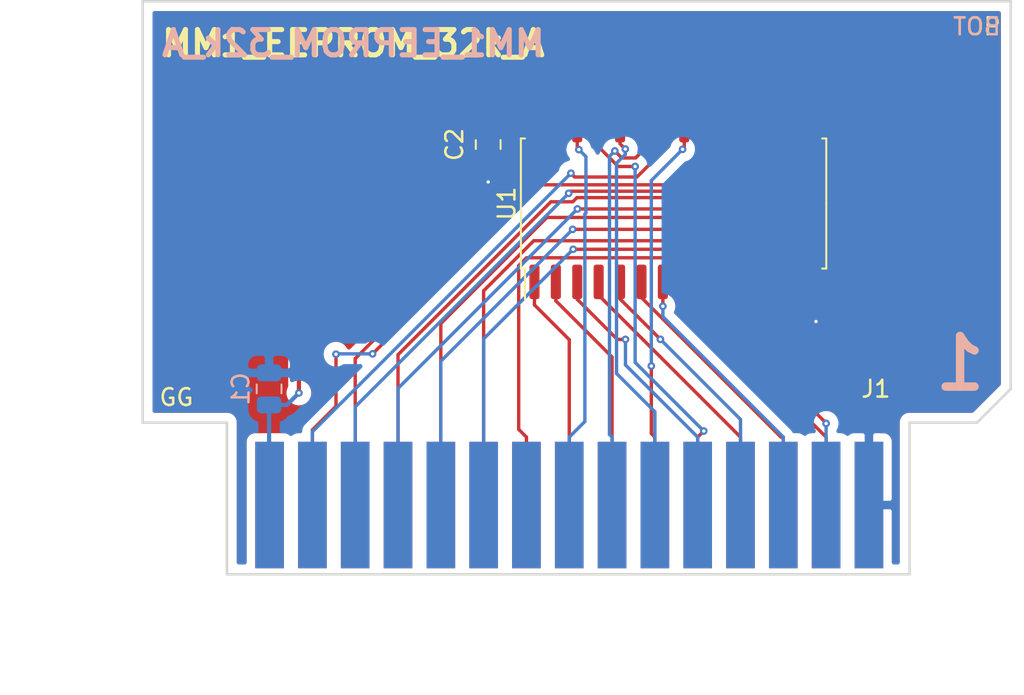
<source format=kicad_pcb>
(kicad_pcb (version 20171130) (host pcbnew "(5.1.8)-1")

  (general
    (thickness 1.6)
    (drawings 21)
    (tracks 171)
    (zones 0)
    (modules 4)
    (nets 31)
  )

  (page A4)
  (title_block
    (title MM1_EEPROM_32k_A)
    (date 2020-11-28)
    (rev R1)
    (company "Copyright Guillaume Guillet 2020")
    (comment 1 "Licensed under CERN-OHL-W v2 or later")
  )

  (layers
    (0 F.Cu signal)
    (31 B.Cu signal)
    (32 B.Adhes user)
    (33 F.Adhes user)
    (34 B.Paste user)
    (35 F.Paste user)
    (36 B.SilkS user)
    (37 F.SilkS user)
    (38 B.Mask user)
    (39 F.Mask user)
    (40 Dwgs.User user)
    (41 Cmts.User user)
    (42 Eco1.User user)
    (43 Eco2.User user)
    (44 Edge.Cuts user)
    (45 Margin user)
    (46 B.CrtYd user)
    (47 F.CrtYd user)
    (48 B.Fab user)
    (49 F.Fab user)
  )

  (setup
    (last_trace_width 0.2)
    (trace_clearance 0.18)
    (zone_clearance 0.508)
    (zone_45_only no)
    (trace_min 0.18)
    (via_size 0.45)
    (via_drill 0.2)
    (via_min_size 0.45)
    (via_min_drill 0.2)
    (uvia_size 0.45)
    (uvia_drill 0.2)
    (uvias_allowed no)
    (uvia_min_size 0.45)
    (uvia_min_drill 0.2)
    (edge_width 0.15)
    (segment_width 0.2)
    (pcb_text_width 0.3)
    (pcb_text_size 1.5 1.5)
    (mod_edge_width 0.15)
    (mod_text_size 1 1)
    (mod_text_width 0.15)
    (pad_size 1.524 1.524)
    (pad_drill 0.762)
    (pad_to_mask_clearance 0)
    (aux_axis_origin 112.5 87)
    (visible_elements 7FFFEFFF)
    (pcbplotparams
      (layerselection 0x010f0_ffffffff)
      (usegerberextensions false)
      (usegerberattributes false)
      (usegerberadvancedattributes false)
      (creategerberjobfile false)
      (excludeedgelayer true)
      (linewidth 0.100000)
      (plotframeref false)
      (viasonmask false)
      (mode 1)
      (useauxorigin true)
      (hpglpennumber 1)
      (hpglpenspeed 20)
      (hpglpendiameter 15.000000)
      (psnegative false)
      (psa4output false)
      (plotreference true)
      (plotvalue true)
      (plotinvisibletext false)
      (padsonsilk false)
      (subtractmaskfromsilk false)
      (outputformat 1)
      (mirror false)
      (drillshape 0)
      (scaleselection 1)
      (outputdirectory "documents/MM1_EEPROM_32k_A_gerbert/"))
  )

  (net 0 "")
  (net 1 +5V)
  (net 2 GND)
  (net 3 +3V3)
  (net 4 /MEM_~OE)
  (net 5 /MEM_~CE)
  (net 6 /MEMDATA_7)
  (net 7 /MEM_~WE)
  (net 8 /MEMDATA_5)
  (net 9 /MEMDATA_6)
  (net 10 /MEMDATA_3)
  (net 11 /MEMDATA_4)
  (net 12 /MEMDATA_1)
  (net 13 /MEMDATA_2)
  (net 14 /MEMDATA_0)
  (net 15 /MEMADDRESS_15)
  (net 16 /MEMADDRESS_13)
  (net 17 /MEMADDRESS_14)
  (net 18 /MEMADDRESS_11)
  (net 19 /MEMADDRESS_12)
  (net 20 /MEMADDRESS_9)
  (net 21 /MEMADDRESS_10)
  (net 22 /MEMADDRESS_7)
  (net 23 /MEMADDRESS_8)
  (net 24 /MEMADDRESS_5)
  (net 25 /MEMADDRESS_6)
  (net 26 /MEMADDRESS_3)
  (net 27 /MEMADDRESS_4)
  (net 28 /MEMADDRESS_1)
  (net 29 /MEMADDRESS_2)
  (net 30 /MEMADDRESS_0)

  (net_class Default "Ceci est la Netclass par défaut"
    (clearance 0.18)
    (trace_width 0.2)
    (via_dia 0.45)
    (via_drill 0.2)
    (uvia_dia 0.45)
    (uvia_drill 0.2)
    (add_net /MEMADDRESS_0)
    (add_net /MEMADDRESS_1)
    (add_net /MEMADDRESS_10)
    (add_net /MEMADDRESS_11)
    (add_net /MEMADDRESS_12)
    (add_net /MEMADDRESS_13)
    (add_net /MEMADDRESS_14)
    (add_net /MEMADDRESS_15)
    (add_net /MEMADDRESS_2)
    (add_net /MEMADDRESS_3)
    (add_net /MEMADDRESS_4)
    (add_net /MEMADDRESS_5)
    (add_net /MEMADDRESS_6)
    (add_net /MEMADDRESS_7)
    (add_net /MEMADDRESS_8)
    (add_net /MEMADDRESS_9)
    (add_net /MEMDATA_0)
    (add_net /MEMDATA_1)
    (add_net /MEMDATA_2)
    (add_net /MEMDATA_3)
    (add_net /MEMDATA_4)
    (add_net /MEMDATA_5)
    (add_net /MEMDATA_6)
    (add_net /MEMDATA_7)
    (add_net /MEM_~CE)
    (add_net /MEM_~OE)
    (add_net /MEM_~WE)
  )

  (net_class Power ""
    (clearance 0.2)
    (trace_width 0.25)
    (via_dia 0.45)
    (via_drill 0.2)
    (uvia_dia 0.45)
    (uvia_drill 0.2)
    (add_net +3V3)
    (add_net +5V)
    (add_net GND)
  )

  (module Capacitor_SMD:C_0805_2012Metric (layer F.Cu) (tedit 5F68FEEE) (tstamp 5FB6FDBA)
    (at 133 95.5 270)
    (descr "Capacitor SMD 0805 (2012 Metric), square (rectangular) end terminal, IPC_7351 nominal, (Body size source: IPC-SM-782 page 76, https://www.pcb-3d.com/wordpress/wp-content/uploads/ipc-sm-782a_amendment_1_and_2.pdf, https://docs.google.com/spreadsheets/d/1BsfQQcO9C6DZCsRaXUlFlo91Tg2WpOkGARC1WS5S8t0/edit?usp=sharing), generated with kicad-footprint-generator")
    (tags capacitor)
    (path /5FB88D58)
    (attr smd)
    (fp_text reference C2 (at 0 2 90) (layer F.SilkS)
      (effects (font (size 1 1) (thickness 0.15)))
    )
    (fp_text value 100nF (at 0 1.68 90) (layer F.Fab)
      (effects (font (size 1 1) (thickness 0.15)))
    )
    (fp_line (start 1.7 0.98) (end -1.7 0.98) (layer F.CrtYd) (width 0.05))
    (fp_line (start 1.7 -0.98) (end 1.7 0.98) (layer F.CrtYd) (width 0.05))
    (fp_line (start -1.7 -0.98) (end 1.7 -0.98) (layer F.CrtYd) (width 0.05))
    (fp_line (start -1.7 0.98) (end -1.7 -0.98) (layer F.CrtYd) (width 0.05))
    (fp_line (start -0.261252 0.735) (end 0.261252 0.735) (layer F.SilkS) (width 0.12))
    (fp_line (start -0.261252 -0.735) (end 0.261252 -0.735) (layer F.SilkS) (width 0.12))
    (fp_line (start 1 0.625) (end -1 0.625) (layer F.Fab) (width 0.1))
    (fp_line (start 1 -0.625) (end 1 0.625) (layer F.Fab) (width 0.1))
    (fp_line (start -1 -0.625) (end 1 -0.625) (layer F.Fab) (width 0.1))
    (fp_line (start -1 0.625) (end -1 -0.625) (layer F.Fab) (width 0.1))
    (fp_text user %R (at 0 0 90) (layer F.Fab)
      (effects (font (size 0.5 0.5) (thickness 0.08)))
    )
    (pad 1 smd roundrect (at -0.95 0 270) (size 1 1.45) (layers F.Cu F.Paste F.Mask) (roundrect_rratio 0.25)
      (net 3 +3V3))
    (pad 2 smd roundrect (at 0.95 0 270) (size 1 1.45) (layers F.Cu F.Paste F.Mask) (roundrect_rratio 0.25)
      (net 2 GND))
    (model ${KISYS3DMOD}/Capacitor_SMD.3dshapes/C_0805_2012Metric.wrl
      (at (xyz 0 0 0))
      (scale (xyz 1 1 1))
      (rotate (xyz 0 0 0))
    )
  )

  (module 5530843-2_edge:5530843-2_edge (layer F.Cu) (tedit 5D7E56B9) (tstamp 5D81CDBB)
    (at 147.97 106.73)
    (path /5D7E9C02)
    (fp_text reference J1 (at 8.03 3.27) (layer F.SilkS)
      (effects (font (size 1 1) (thickness 0.15)))
    )
    (fp_text value MM1_edgeConnector_5530843-2 (at -2.97 4.77) (layer F.Fab)
      (effects (font (size 1 1) (thickness 0.15)))
    )
    (pad 29 smd rect (at -27.94 10.16) (size 1.7 7.5) (layers B.Cu B.Paste B.Mask)
      (net 3 +3V3))
    (pad 30 smd rect (at -27.94 10.16) (size 1.7 7.5) (layers F.Cu F.Paste F.Mask)
      (net 1 +5V))
    (pad 27 smd rect (at -25.4 10.16) (size 1.7 7.5) (layers B.Cu B.Paste B.Mask)
      (net 4 /MEM_~OE))
    (pad 28 smd rect (at -25.4 10.16) (size 1.7 7.5) (layers F.Cu F.Paste F.Mask)
      (net 5 /MEM_~CE))
    (pad 25 smd rect (at -22.86 10.16) (size 1.7 7.5) (layers B.Cu B.Paste B.Mask)
      (net 6 /MEMDATA_7))
    (pad 26 smd rect (at -22.86 10.16) (size 1.7 7.5) (layers F.Cu F.Paste F.Mask)
      (net 7 /MEM_~WE))
    (pad 23 smd rect (at -20.32 10.16) (size 1.7 7.5) (layers B.Cu B.Paste B.Mask)
      (net 8 /MEMDATA_5))
    (pad 24 smd rect (at -20.32 10.16) (size 1.7 7.5) (layers F.Cu F.Paste F.Mask)
      (net 9 /MEMDATA_6))
    (pad 21 smd rect (at -17.78 10.16) (size 1.7 7.5) (layers B.Cu B.Paste B.Mask)
      (net 10 /MEMDATA_3))
    (pad 22 smd rect (at -17.78 10.16) (size 1.7 7.5) (layers F.Cu F.Paste F.Mask)
      (net 11 /MEMDATA_4))
    (pad 19 smd rect (at -15.24 10.16) (size 1.7 7.5) (layers B.Cu B.Paste B.Mask)
      (net 12 /MEMDATA_1))
    (pad 20 smd rect (at -15.24 10.16) (size 1.7 7.5) (layers F.Cu F.Paste F.Mask)
      (net 13 /MEMDATA_2))
    (pad 17 smd rect (at -12.7 10.16) (size 1.7 7.5) (layers B.Cu B.Paste B.Mask)
      (net 15 /MEMADDRESS_15))
    (pad 18 smd rect (at -12.7 10.16) (size 1.7 7.5) (layers F.Cu F.Paste F.Mask)
      (net 14 /MEMDATA_0))
    (pad 15 smd rect (at -10.16 10.16) (size 1.7 7.5) (layers B.Cu B.Paste B.Mask)
      (net 16 /MEMADDRESS_13))
    (pad 16 smd rect (at -10.16 10.16) (size 1.7 7.5) (layers F.Cu F.Paste F.Mask)
      (net 17 /MEMADDRESS_14))
    (pad 13 smd rect (at -7.62 10.16) (size 1.7 7.5) (layers B.Cu B.Paste B.Mask)
      (net 18 /MEMADDRESS_11))
    (pad 14 smd rect (at -7.62 10.16) (size 1.7 7.5) (layers F.Cu F.Paste F.Mask)
      (net 19 /MEMADDRESS_12))
    (pad 11 smd rect (at -5.08 10.16) (size 1.7 7.5) (layers B.Cu B.Paste B.Mask)
      (net 20 /MEMADDRESS_9))
    (pad 12 smd rect (at -5.08 10.16) (size 1.7 7.5) (layers F.Cu F.Paste F.Mask)
      (net 21 /MEMADDRESS_10))
    (pad 9 smd rect (at -2.54 10.16) (size 1.7 7.5) (layers B.Cu B.Paste B.Mask)
      (net 22 /MEMADDRESS_7))
    (pad 10 smd rect (at -2.54 10.16) (size 1.7 7.5) (layers F.Cu F.Paste F.Mask)
      (net 23 /MEMADDRESS_8))
    (pad 7 smd rect (at 0 10.16) (size 1.7 7.5) (layers B.Cu B.Paste B.Mask)
      (net 24 /MEMADDRESS_5))
    (pad 8 smd rect (at 0 10.16) (size 1.7 7.5) (layers F.Cu F.Paste F.Mask)
      (net 25 /MEMADDRESS_6))
    (pad 5 smd rect (at 2.54 10.16) (size 1.7 7.5) (layers B.Cu B.Paste B.Mask)
      (net 26 /MEMADDRESS_3))
    (pad 6 smd rect (at 2.54 10.16) (size 1.7 7.5) (layers F.Cu F.Paste F.Mask)
      (net 27 /MEMADDRESS_4))
    (pad 3 smd rect (at 5.08 10.16) (size 1.7 7.5) (layers B.Cu B.Paste B.Mask)
      (net 28 /MEMADDRESS_1))
    (pad 4 smd rect (at 5.08 10.16) (size 1.7 7.5) (layers F.Cu F.Paste F.Mask)
      (net 29 /MEMADDRESS_2))
    (pad 1 smd rect (at 7.62 10.16) (size 1.7 7.5) (layers B.Cu B.Paste B.Mask)
      (net 2 GND))
    (pad 2 smd rect (at 7.62 10.16) (size 1.7 7.5) (layers F.Cu F.Paste F.Mask)
      (net 30 /MEMADDRESS_0))
  )

  (module Capacitor_SMD:C_0805_2012Metric (layer B.Cu) (tedit 5F68FEEE) (tstamp 5FB6FDA9)
    (at 120 110 270)
    (descr "Capacitor SMD 0805 (2012 Metric), square (rectangular) end terminal, IPC_7351 nominal, (Body size source: IPC-SM-782 page 76, https://www.pcb-3d.com/wordpress/wp-content/uploads/ipc-sm-782a_amendment_1_and_2.pdf, https://docs.google.com/spreadsheets/d/1BsfQQcO9C6DZCsRaXUlFlo91Tg2WpOkGARC1WS5S8t0/edit?usp=sharing), generated with kicad-footprint-generator")
    (tags capacitor)
    (path /5FB8B5C9)
    (attr smd)
    (fp_text reference C1 (at 0 1.68 90) (layer B.SilkS)
      (effects (font (size 1 1) (thickness 0.15)) (justify mirror))
    )
    (fp_text value 100nF (at 0 -1.68 90) (layer B.Fab)
      (effects (font (size 1 1) (thickness 0.15)) (justify mirror))
    )
    (fp_line (start 1.7 -0.98) (end -1.7 -0.98) (layer B.CrtYd) (width 0.05))
    (fp_line (start 1.7 0.98) (end 1.7 -0.98) (layer B.CrtYd) (width 0.05))
    (fp_line (start -1.7 0.98) (end 1.7 0.98) (layer B.CrtYd) (width 0.05))
    (fp_line (start -1.7 -0.98) (end -1.7 0.98) (layer B.CrtYd) (width 0.05))
    (fp_line (start -0.261252 -0.735) (end 0.261252 -0.735) (layer B.SilkS) (width 0.12))
    (fp_line (start -0.261252 0.735) (end 0.261252 0.735) (layer B.SilkS) (width 0.12))
    (fp_line (start 1 -0.625) (end -1 -0.625) (layer B.Fab) (width 0.1))
    (fp_line (start 1 0.625) (end 1 -0.625) (layer B.Fab) (width 0.1))
    (fp_line (start -1 0.625) (end 1 0.625) (layer B.Fab) (width 0.1))
    (fp_line (start -1 -0.625) (end -1 0.625) (layer B.Fab) (width 0.1))
    (fp_text user %R (at 0 0 90) (layer B.Fab)
      (effects (font (size 0.5 0.5) (thickness 0.08)) (justify mirror))
    )
    (pad 1 smd roundrect (at -0.95 0 270) (size 1 1.45) (layers B.Cu B.Paste B.Mask) (roundrect_rratio 0.25)
      (net 2 GND))
    (pad 2 smd roundrect (at 0.95 0 270) (size 1 1.45) (layers B.Cu B.Paste B.Mask) (roundrect_rratio 0.25)
      (net 3 +3V3))
    (model ${KISYS3DMOD}/Capacitor_SMD.3dshapes/C_0805_2012Metric.wrl
      (at (xyz 0 0 0))
      (scale (xyz 1 1 1))
      (rotate (xyz 0 0 0))
    )
  )

  (module Package_SO:SOIC-28W_7.5x17.9mm_P1.27mm (layer F.Cu) (tedit 5D9F72B1) (tstamp 5FC2F4CB)
    (at 144 99 90)
    (descr "SOIC, 28 Pin (JEDEC MS-013AE, https://www.analog.com/media/en/package-pcb-resources/package/35833120341221rw_28.pdf), generated with kicad-footprint-generator ipc_gullwing_generator.py")
    (tags "SOIC SO")
    (path /5FC2BDB4)
    (attr smd)
    (fp_text reference U1 (at 0 -9.9 90) (layer F.SilkS)
      (effects (font (size 1 1) (thickness 0.15)))
    )
    (fp_text value AT28BV256-20S (at 0 9.9 90) (layer F.Fab)
      (effects (font (size 1 1) (thickness 0.15)))
    )
    (fp_line (start 0 9.06) (end 3.86 9.06) (layer F.SilkS) (width 0.12))
    (fp_line (start 3.86 9.06) (end 3.86 8.815) (layer F.SilkS) (width 0.12))
    (fp_line (start 0 9.06) (end -3.86 9.06) (layer F.SilkS) (width 0.12))
    (fp_line (start -3.86 9.06) (end -3.86 8.815) (layer F.SilkS) (width 0.12))
    (fp_line (start 0 -9.06) (end 3.86 -9.06) (layer F.SilkS) (width 0.12))
    (fp_line (start 3.86 -9.06) (end 3.86 -8.815) (layer F.SilkS) (width 0.12))
    (fp_line (start 0 -9.06) (end -3.86 -9.06) (layer F.SilkS) (width 0.12))
    (fp_line (start -3.86 -9.06) (end -3.86 -8.815) (layer F.SilkS) (width 0.12))
    (fp_line (start -3.86 -8.815) (end -5.675 -8.815) (layer F.SilkS) (width 0.12))
    (fp_line (start -2.75 -8.95) (end 3.75 -8.95) (layer F.Fab) (width 0.1))
    (fp_line (start 3.75 -8.95) (end 3.75 8.95) (layer F.Fab) (width 0.1))
    (fp_line (start 3.75 8.95) (end -3.75 8.95) (layer F.Fab) (width 0.1))
    (fp_line (start -3.75 8.95) (end -3.75 -7.95) (layer F.Fab) (width 0.1))
    (fp_line (start -3.75 -7.95) (end -2.75 -8.95) (layer F.Fab) (width 0.1))
    (fp_line (start -5.93 -9.2) (end -5.93 9.2) (layer F.CrtYd) (width 0.05))
    (fp_line (start -5.93 9.2) (end 5.93 9.2) (layer F.CrtYd) (width 0.05))
    (fp_line (start 5.93 9.2) (end 5.93 -9.2) (layer F.CrtYd) (width 0.05))
    (fp_line (start 5.93 -9.2) (end -5.93 -9.2) (layer F.CrtYd) (width 0.05))
    (fp_text user %R (at 0 0 90) (layer F.Fab)
      (effects (font (size 1 1) (thickness 0.15)))
    )
    (pad 1 smd roundrect (at -4.65 -8.255 90) (size 2.05 0.6) (layers F.Cu F.Paste F.Mask) (roundrect_rratio 0.25)
      (net 17 /MEMADDRESS_14))
    (pad 2 smd roundrect (at -4.65 -6.985 90) (size 2.05 0.6) (layers F.Cu F.Paste F.Mask) (roundrect_rratio 0.25)
      (net 19 /MEMADDRESS_12))
    (pad 3 smd roundrect (at -4.65 -5.715 90) (size 2.05 0.6) (layers F.Cu F.Paste F.Mask) (roundrect_rratio 0.25)
      (net 22 /MEMADDRESS_7))
    (pad 4 smd roundrect (at -4.65 -4.445 90) (size 2.05 0.6) (layers F.Cu F.Paste F.Mask) (roundrect_rratio 0.25)
      (net 25 /MEMADDRESS_6))
    (pad 5 smd roundrect (at -4.65 -3.175 90) (size 2.05 0.6) (layers F.Cu F.Paste F.Mask) (roundrect_rratio 0.25)
      (net 24 /MEMADDRESS_5))
    (pad 6 smd roundrect (at -4.65 -1.905 90) (size 2.05 0.6) (layers F.Cu F.Paste F.Mask) (roundrect_rratio 0.25)
      (net 27 /MEMADDRESS_4))
    (pad 7 smd roundrect (at -4.65 -0.635 90) (size 2.05 0.6) (layers F.Cu F.Paste F.Mask) (roundrect_rratio 0.25)
      (net 26 /MEMADDRESS_3))
    (pad 8 smd roundrect (at -4.65 0.635 90) (size 2.05 0.6) (layers F.Cu F.Paste F.Mask) (roundrect_rratio 0.25)
      (net 29 /MEMADDRESS_2))
    (pad 9 smd roundrect (at -4.65 1.905 90) (size 2.05 0.6) (layers F.Cu F.Paste F.Mask) (roundrect_rratio 0.25)
      (net 28 /MEMADDRESS_1))
    (pad 10 smd roundrect (at -4.65 3.175 90) (size 2.05 0.6) (layers F.Cu F.Paste F.Mask) (roundrect_rratio 0.25)
      (net 30 /MEMADDRESS_0))
    (pad 11 smd roundrect (at -4.65 4.445 90) (size 2.05 0.6) (layers F.Cu F.Paste F.Mask) (roundrect_rratio 0.25)
      (net 14 /MEMDATA_0))
    (pad 12 smd roundrect (at -4.65 5.715 90) (size 2.05 0.6) (layers F.Cu F.Paste F.Mask) (roundrect_rratio 0.25)
      (net 12 /MEMDATA_1))
    (pad 13 smd roundrect (at -4.65 6.985 90) (size 2.05 0.6) (layers F.Cu F.Paste F.Mask) (roundrect_rratio 0.25)
      (net 13 /MEMDATA_2))
    (pad 14 smd roundrect (at -4.65 8.255 90) (size 2.05 0.6) (layers F.Cu F.Paste F.Mask) (roundrect_rratio 0.25)
      (net 2 GND))
    (pad 15 smd roundrect (at 4.65 8.255 90) (size 2.05 0.6) (layers F.Cu F.Paste F.Mask) (roundrect_rratio 0.25)
      (net 10 /MEMDATA_3))
    (pad 16 smd roundrect (at 4.65 6.985 90) (size 2.05 0.6) (layers F.Cu F.Paste F.Mask) (roundrect_rratio 0.25)
      (net 11 /MEMDATA_4))
    (pad 17 smd roundrect (at 4.65 5.715 90) (size 2.05 0.6) (layers F.Cu F.Paste F.Mask) (roundrect_rratio 0.25)
      (net 8 /MEMDATA_5))
    (pad 18 smd roundrect (at 4.65 4.445 90) (size 2.05 0.6) (layers F.Cu F.Paste F.Mask) (roundrect_rratio 0.25)
      (net 9 /MEMDATA_6))
    (pad 19 smd roundrect (at 4.65 3.175 90) (size 2.05 0.6) (layers F.Cu F.Paste F.Mask) (roundrect_rratio 0.25)
      (net 6 /MEMDATA_7))
    (pad 20 smd roundrect (at 4.65 1.905 90) (size 2.05 0.6) (layers F.Cu F.Paste F.Mask) (roundrect_rratio 0.25)
      (net 5 /MEM_~CE))
    (pad 21 smd roundrect (at 4.65 0.635 90) (size 2.05 0.6) (layers F.Cu F.Paste F.Mask) (roundrect_rratio 0.25)
      (net 21 /MEMADDRESS_10))
    (pad 22 smd roundrect (at 4.65 -0.635 90) (size 2.05 0.6) (layers F.Cu F.Paste F.Mask) (roundrect_rratio 0.25)
      (net 4 /MEM_~OE))
    (pad 23 smd roundrect (at 4.65 -1.905 90) (size 2.05 0.6) (layers F.Cu F.Paste F.Mask) (roundrect_rratio 0.25)
      (net 18 /MEMADDRESS_11))
    (pad 24 smd roundrect (at 4.65 -3.175 90) (size 2.05 0.6) (layers F.Cu F.Paste F.Mask) (roundrect_rratio 0.25)
      (net 20 /MEMADDRESS_9))
    (pad 25 smd roundrect (at 4.65 -4.445 90) (size 2.05 0.6) (layers F.Cu F.Paste F.Mask) (roundrect_rratio 0.25)
      (net 23 /MEMADDRESS_8))
    (pad 26 smd roundrect (at 4.65 -5.715 90) (size 2.05 0.6) (layers F.Cu F.Paste F.Mask) (roundrect_rratio 0.25)
      (net 16 /MEMADDRESS_13))
    (pad 27 smd roundrect (at 4.65 -6.985 90) (size 2.05 0.6) (layers F.Cu F.Paste F.Mask) (roundrect_rratio 0.25)
      (net 7 /MEM_~WE))
    (pad 28 smd roundrect (at 4.65 -8.255 90) (size 2.05 0.6) (layers F.Cu F.Paste F.Mask) (roundrect_rratio 0.25)
      (net 3 +3V3))
    (model ${KISYS3DMOD}/Package_SO.3dshapes/SOIC-28W_7.5x17.9mm_P1.27mm.wrl
      (at (xyz 0 0 0))
      (scale (xyz 1 1 1))
      (rotate (xyz 0 0 0))
    )
  )

  (gr_text GG (at 114.5 110.5) (layer F.SilkS)
    (effects (font (size 1 1) (thickness 0.15)))
  )
  (gr_text BOT (at 162 88.5) (layer B.SilkS)
    (effects (font (size 1 1) (thickness 0.15)) (justify mirror))
  )
  (gr_text TOP (at 162 88.5) (layer F.SilkS)
    (effects (font (size 1 1) (thickness 0.15)))
  )
  (gr_text MM1_EEPROM_32k_A (at 125 89.5) (layer B.SilkS)
    (effects (font (size 1.5 1.5) (thickness 0.3)) (justify mirror))
  )
  (gr_text 1 (at 161 108.5) (layer B.SilkS)
    (effects (font (size 3 3) (thickness 0.5)) (justify mirror))
  )
  (gr_line (start 162 112) (end 158 112) (layer Edge.Cuts) (width 0.15) (tstamp 5F3710D1))
  (dimension 2.5 (width 0.15) (layer Eco2.User)
    (gr_text "2,500 mm" (at 118.75 107.700001) (layer Eco2.User)
      (effects (font (size 1 1) (thickness 0.15)))
    )
    (feature1 (pts (xy 117.5 113) (xy 117.5 108.41358)))
    (feature2 (pts (xy 120 113) (xy 120 108.41358)))
    (crossbar (pts (xy 120 109.000001) (xy 117.5 109.000001)))
    (arrow1a (pts (xy 117.5 109.000001) (xy 118.626504 108.41358)))
    (arrow1b (pts (xy 117.5 109.000001) (xy 118.626504 109.586422)))
    (arrow2a (pts (xy 120 109.000001) (xy 118.873496 108.41358)))
    (arrow2b (pts (xy 120 109.000001) (xy 118.873496 109.586422)))
  )
  (dimension 9 (width 0.15) (layer Eco2.User)
    (gr_text "9,000 mm" (at 114.7 116.5 90) (layer Eco2.User)
      (effects (font (size 1 1) (thickness 0.15)))
    )
    (feature1 (pts (xy 117.5 112) (xy 115.413579 112)))
    (feature2 (pts (xy 117.5 121) (xy 115.413579 121)))
    (crossbar (pts (xy 116 121) (xy 116 112)))
    (arrow1a (pts (xy 116 112) (xy 116.586421 113.126504)))
    (arrow1b (pts (xy 116 112) (xy 115.413579 113.126504)))
    (arrow2a (pts (xy 116 121) (xy 116.586421 119.873496)))
    (arrow2b (pts (xy 116 121) (xy 115.413579 119.873496)))
  )
  (dimension 40.5 (width 0.15) (layer Eco2.User)
    (gr_text "40,500 mm" (at 137.75 125.299999) (layer Eco2.User)
      (effects (font (size 1 1) (thickness 0.15)))
    )
    (feature1 (pts (xy 158 121) (xy 158 124.58642)))
    (feature2 (pts (xy 117.5 121) (xy 117.5 124.58642)))
    (crossbar (pts (xy 117.5 123.999999) (xy 158 123.999999)))
    (arrow1a (pts (xy 158 123.999999) (xy 156.873496 124.58642)))
    (arrow1b (pts (xy 158 123.999999) (xy 156.873496 123.413578)))
    (arrow2a (pts (xy 117.5 123.999999) (xy 118.626504 124.58642)))
    (arrow2b (pts (xy 117.5 123.999999) (xy 118.626504 123.413578)))
  )
  (gr_line (start 164 87) (end 112.5 87) (layer Edge.Cuts) (width 0.15))
  (gr_line (start 164 110) (end 164 87) (layer Edge.Cuts) (width 0.15))
  (dimension 6 (width 0.15) (layer Eco2.User)
    (gr_text "6,000 mm" (at 161 128.799999) (layer Eco2.User)
      (effects (font (size 1 1) (thickness 0.15)))
    )
    (feature1 (pts (xy 164 112) (xy 164 128.08642)))
    (feature2 (pts (xy 158 112) (xy 158 128.08642)))
    (crossbar (pts (xy 158 127.499999) (xy 164 127.499999)))
    (arrow1a (pts (xy 164 127.499999) (xy 162.873496 128.08642)))
    (arrow1b (pts (xy 164 127.499999) (xy 162.873496 126.913578)))
    (arrow2a (pts (xy 158 127.499999) (xy 159.126504 128.08642)))
    (arrow2b (pts (xy 158 127.499999) (xy 159.126504 126.913578)))
  )
  (gr_line (start 112.5 112) (end 112.5 87) (layer Edge.Cuts) (width 0.15))
  (gr_line (start 117.5 112) (end 112.5 112) (layer Edge.Cuts) (width 0.15))
  (dimension 5 (width 0.15) (layer Eco2.User)
    (gr_text "5,000 mm" (at 115 128.8) (layer Eco2.User)
      (effects (font (size 1 1) (thickness 0.15)))
    )
    (feature1 (pts (xy 112.5 112) (xy 112.5 128.086421)))
    (feature2 (pts (xy 117.5 112) (xy 117.5 128.086421)))
    (crossbar (pts (xy 117.5 127.5) (xy 112.5 127.5)))
    (arrow1a (pts (xy 112.5 127.5) (xy 113.626504 126.913579)))
    (arrow1b (pts (xy 112.5 127.5) (xy 113.626504 128.086421)))
    (arrow2a (pts (xy 117.5 127.5) (xy 116.373496 126.913579)))
    (arrow2b (pts (xy 117.5 127.5) (xy 116.373496 128.086421)))
  )
  (dimension 25 (width 0.15) (layer Eco2.User) (tstamp 5F371008)
    (gr_text "25,000 mm" (at 107.7 99.5 90) (layer Eco2.User) (tstamp 5F371008)
      (effects (font (size 1 1) (thickness 0.15)))
    )
    (feature1 (pts (xy 112.5 87) (xy 108.413579 87)))
    (feature2 (pts (xy 112.5 112) (xy 108.413579 112)))
    (crossbar (pts (xy 109 112) (xy 109 87)))
    (arrow1a (pts (xy 109 87) (xy 109.586421 88.126504)))
    (arrow1b (pts (xy 109 87) (xy 108.413579 88.126504)))
    (arrow2a (pts (xy 109 112) (xy 109.586421 110.873496)))
    (arrow2b (pts (xy 109 112) (xy 108.413579 110.873496)))
  )
  (gr_line (start 162 112) (end 164 110) (layer Edge.Cuts) (width 0.15))
  (gr_line (start 117.5 112) (end 117.5 121) (layer Edge.Cuts) (width 0.15) (tstamp 5D81D571))
  (gr_line (start 158 112) (end 158 121) (layer Edge.Cuts) (width 0.15) (tstamp 5D81D56C))
  (gr_line (start 158 121) (end 117.5 121) (layer Edge.Cuts) (width 0.15))
  (gr_text MM1_EEPROM_32k_A (at 125 89.5) (layer F.SilkS) (tstamp 5FB7002B)
    (effects (font (size 1.5 1.5) (thickness 0.3)))
  )

  (segment (start 133.0016 96.4484) (end 133 96.45) (width 0.25) (layer F.Cu) (net 2) (status 30))
  (via (at 133 97.72) (size 0.45) (layers F.Cu B.Cu) (net 2))
  (via (at 152.45 106) (size 0.45) (drill 0.2) (layers F.Cu B.Cu) (net 2))
  (segment (start 120 113.905) (end 120 116.86) (width 0.25) (layer B.Cu) (net 3) (status 30))
  (segment (start 120 116.86) (end 120.03 116.89) (width 0.25) (layer B.Cu) (net 3) (status 30))
  (segment (start 120 110.95) (end 120 113.905) (width 0.25) (layer B.Cu) (net 3) (status 30))
  (segment (start 135.745 94.35) (end 134.64 94.35) (width 0.25) (layer F.Cu) (net 3) (status 10))
  (segment (start 134.64 94.35) (end 134.44 94.55) (width 0.25) (layer F.Cu) (net 3))
  (segment (start 134.44 94.55) (end 133 94.55) (width 0.25) (layer F.Cu) (net 3) (status 20))
  (via (at 121.77 110.24) (size 0.45) (drill 0.2) (layers F.Cu B.Cu) (net 3))
  (segment (start 121.06 110.95) (end 121.77 110.24) (width 0.25) (layer B.Cu) (net 3))
  (segment (start 120 110.95) (end 121.06 110.95) (width 0.25) (layer B.Cu) (net 3) (status 10))
  (segment (start 133 94.55) (end 131.96 94.55) (width 0.25) (layer F.Cu) (net 3) (status 10))
  (segment (start 121.77 104.74) (end 121.77 110.24) (width 0.25) (layer F.Cu) (net 3))
  (segment (start 131.96 94.55) (end 121.77 104.74) (width 0.25) (layer F.Cu) (net 3))
  (segment (start 122.57 116.89) (end 122.57 112.5425) (width 0.2) (layer B.Cu) (net 4) (status 10))
  (segment (start 122.57 112.5425) (end 137.9093 97.2032) (width 0.2) (layer B.Cu) (net 4))
  (via (at 137.9093 97.2032) (size 0.45) (layers F.Cu B.Cu) (net 4))
  (segment (start 141.825222 97.428199) (end 138.134299 97.428199) (width 0.2) (layer F.Cu) (net 4))
  (segment (start 143.365 94.35) (end 143.365 95.888421) (width 0.2) (layer F.Cu) (net 4) (status 10))
  (segment (start 143.365 95.888421) (end 141.825222 97.428199) (width 0.2) (layer F.Cu) (net 4))
  (segment (start 138.134299 97.428199) (end 137.9093 97.2032) (width 0.2) (layer F.Cu) (net 4))
  (segment (start 145.905 94.35) (end 145.905 95.855) (width 0.2) (layer F.Cu) (net 5) (status 10))
  (segment (start 145.905 95.855) (end 143.87 97.89) (width 0.2) (layer F.Cu) (net 5))
  (via (at 126.14 107.92) (size 0.45) (drill 0.2) (layers F.Cu B.Cu) (net 5))
  (segment (start 143.87 97.89) (end 136.17 97.89) (width 0.2) (layer F.Cu) (net 5))
  (segment (start 136.17 97.89) (end 126.14 107.92) (width 0.2) (layer F.Cu) (net 5))
  (via (at 123.97 107.94) (size 0.45) (drill 0.2) (layers F.Cu B.Cu) (net 5))
  (segment (start 123.99 107.92) (end 123.97 107.94) (width 0.2) (layer B.Cu) (net 5))
  (segment (start 126.14 107.92) (end 123.99 107.92) (width 0.2) (layer B.Cu) (net 5))
  (segment (start 123.97 111.03) (end 122.57 112.43) (width 0.2) (layer F.Cu) (net 5))
  (segment (start 123.97 107.94) (end 123.97 111.03) (width 0.2) (layer F.Cu) (net 5))
  (segment (start 122.57 112.43) (end 122.57 116.89) (width 0.2) (layer F.Cu) (net 5) (status 20))
  (via (at 137.77521 98.39501) (size 0.45) (drill 0.2) (layers F.Cu B.Cu) (net 6))
  (segment (start 125.11 116.89) (end 125.11 111.06022) (width 0.2) (layer B.Cu) (net 6) (status 10))
  (segment (start 125.11 111.06022) (end 137.77521 98.39501) (width 0.2) (layer B.Cu) (net 6))
  (segment (start 147.175 95.535) (end 144.439989 98.270011) (width 0.2) (layer F.Cu) (net 6))
  (segment (start 144.439989 98.270011) (end 137.900209 98.270011) (width 0.2) (layer F.Cu) (net 6))
  (segment (start 137.900209 98.270011) (end 137.77521 98.39501) (width 0.2) (layer F.Cu) (net 6))
  (segment (start 147.175 94.35) (end 147.175 95.535) (width 0.2) (layer F.Cu) (net 6) (status 10))
  (segment (start 137.015 94.35) (end 137.015 96.297596) (width 0.2) (layer F.Cu) (net 7) (status 10))
  (segment (start 137.015 96.297596) (end 125.11 108.202596) (width 0.2) (layer F.Cu) (net 7))
  (segment (start 125.11 108.202596) (end 125.11 116.89) (width 0.2) (layer F.Cu) (net 7) (status 20))
  (segment (start 149.715 95.675) (end 146.068204 99.321796) (width 0.2) (layer F.Cu) (net 8))
  (via (at 138.295342 99.321796) (size 0.45) (drill 0.2) (layers F.Cu B.Cu) (net 8))
  (segment (start 149.715 94.35) (end 149.715 95.675) (width 0.2) (layer F.Cu) (net 8) (status 10))
  (segment (start 127.65 116.89) (end 127.65 109.967138) (width 0.2) (layer B.Cu) (net 8) (status 10))
  (segment (start 127.65 109.967138) (end 138.295342 99.321796) (width 0.2) (layer B.Cu) (net 8))
  (segment (start 146.068204 99.321796) (end 138.295342 99.321796) (width 0.2) (layer F.Cu) (net 8))
  (segment (start 127.65 107.97) (end 127.65 116.89) (width 0.2) (layer F.Cu) (net 9) (status 20))
  (segment (start 148.445 95.375) (end 145.169978 98.650022) (width 0.2) (layer F.Cu) (net 9))
  (segment (start 148.445 94.35) (end 148.445 95.375) (width 0.2) (layer F.Cu) (net 9) (status 10))
  (segment (start 145.169978 98.650022) (end 138.267602 98.650022) (width 0.2) (layer F.Cu) (net 9))
  (segment (start 138.267602 98.650022) (end 138.017612 98.900012) (width 0.2) (layer F.Cu) (net 9))
  (segment (start 136.719988 98.900012) (end 127.65 107.97) (width 0.2) (layer F.Cu) (net 9))
  (segment (start 138.017612 98.900012) (end 136.719988 98.900012) (width 0.2) (layer F.Cu) (net 9))
  (segment (start 138.0115 100.5334) (end 130.19 108.3549) (width 0.2) (layer B.Cu) (net 10))
  (segment (start 130.19 108.3549) (end 130.19 116.89) (width 0.2) (layer B.Cu) (net 10) (status 20))
  (segment (start 147.0966 100.5334) (end 138.0115 100.5334) (width 0.2) (layer F.Cu) (net 10))
  (via (at 138.0115 100.5334) (size 0.45) (layers F.Cu B.Cu) (net 10))
  (segment (start 152.255 95.375) (end 147.0966 100.5334) (width 0.2) (layer F.Cu) (net 10))
  (segment (start 152.255 94.35) (end 152.255 95.375) (width 0.2) (layer F.Cu) (net 10) (status 10))
  (segment (start 150.985 94.35) (end 150.985 95.375) (width 0.2) (layer F.Cu) (net 11) (status 10))
  (segment (start 130.19 106.12) (end 130.19 116.89) (width 0.2) (layer F.Cu) (net 11) (status 20))
  (segment (start 136.483203 99.826797) (end 130.19 106.12) (width 0.2) (layer F.Cu) (net 11))
  (segment (start 146.533203 99.826797) (end 136.483203 99.826797) (width 0.2) (layer F.Cu) (net 11))
  (segment (start 150.985 95.375) (end 146.533203 99.826797) (width 0.2) (layer F.Cu) (net 11))
  (segment (start 148.92499 101.71499) (end 138.042261 101.71499) (width 0.2) (layer F.Cu) (net 12))
  (segment (start 132.73 116.89) (end 132.73 107.027251) (width 0.2) (layer B.Cu) (net 12) (status 10))
  (segment (start 149.715 102.505) (end 148.92499 101.71499) (width 0.2) (layer F.Cu) (net 12))
  (segment (start 149.715 103.65) (end 149.715 102.505) (width 0.2) (layer F.Cu) (net 12) (status 10))
  (segment (start 132.73 107.027251) (end 138.042261 101.71499) (width 0.2) (layer B.Cu) (net 12))
  (via (at 138.042261 101.71499) (size 0.45) (drill 0.2) (layers F.Cu B.Cu) (net 12))
  (segment (start 132.73 104.18) (end 132.73 116.89) (width 0.2) (layer F.Cu) (net 13) (status 20))
  (segment (start 135.700012 101.209988) (end 132.73 104.18) (width 0.2) (layer F.Cu) (net 13))
  (segment (start 149.569988 101.209988) (end 135.700012 101.209988) (width 0.2) (layer F.Cu) (net 13))
  (segment (start 150.985 102.625) (end 149.569988 101.209988) (width 0.2) (layer F.Cu) (net 13) (status 10))
  (segment (start 150.985 103.65) (end 150.985 102.625) (width 0.2) (layer F.Cu) (net 13) (status 30))
  (segment (start 134.81 112.3997) (end 135.27 112.8597) (width 0.2) (layer F.Cu) (net 14))
  (segment (start 135.27 112.8597) (end 135.27 116.89) (width 0.2) (layer F.Cu) (net 14) (status 20))
  (segment (start 134.81 102.69) (end 134.81 112.3997) (width 0.2) (layer F.Cu) (net 14))
  (segment (start 148.1 102.22) (end 135.28 102.22) (width 0.2) (layer F.Cu) (net 14))
  (segment (start 148.445 102.565) (end 148.1 102.22) (width 0.2) (layer F.Cu) (net 14))
  (segment (start 135.28 102.22) (end 134.81 102.69) (width 0.2) (layer F.Cu) (net 14))
  (segment (start 148.445 103.65) (end 148.445 102.565) (width 0.2) (layer F.Cu) (net 14) (status 10))
  (segment (start 138.285 94.35) (end 138.285 95.7053) (width 0.2) (layer F.Cu) (net 16) (status 10))
  (segment (start 138.285 95.7053) (end 138.3788 95.7991) (width 0.2) (layer F.Cu) (net 16))
  (via (at 138.3788 95.7991) (size 0.45) (layers F.Cu B.Cu) (net 16))
  (segment (start 138.800344 96.220644) (end 138.3788 95.7991) (width 0.2) (layer B.Cu) (net 16))
  (segment (start 138.800344 99.564198) (end 138.800344 96.220644) (width 0.2) (layer B.Cu) (net 16))
  (segment (start 138.7367 99.627842) (end 138.800344 99.564198) (width 0.2) (layer B.Cu) (net 16))
  (segment (start 138.7367 111.933) (end 138.7367 99.627842) (width 0.2) (layer B.Cu) (net 16))
  (segment (start 137.81 112.8597) (end 138.7367 111.933) (width 0.2) (layer B.Cu) (net 16))
  (segment (start 137.81 116.89) (end 137.81 112.8597) (width 0.2) (layer B.Cu) (net 16) (status 10))
  (segment (start 135.745 105.015) (end 137.81 107.08) (width 0.2) (layer F.Cu) (net 17))
  (segment (start 135.745 103.65) (end 135.745 105.015) (width 0.2) (layer F.Cu) (net 17) (status 10))
  (segment (start 137.81 107.08) (end 137.81 116.89) (width 0.2) (layer F.Cu) (net 17) (status 20))
  (segment (start 140.35 112.8597) (end 140.197 112.7067) (width 0.2) (layer B.Cu) (net 18))
  (segment (start 140.35 116.89) (end 140.35 112.8597) (width 0.2) (layer B.Cu) (net 18) (status 10))
  (segment (start 140.197 112.7067) (end 140.197 96.199677) (width 0.2) (layer B.Cu) (net 18))
  (via (at 140.514723 95.881954) (size 0.45) (drill 0.2) (layers F.Cu B.Cu) (net 18))
  (segment (start 140.197 96.199677) (end 140.514723 95.881954) (width 0.2) (layer B.Cu) (net 18))
  (segment (start 142.095 94.35) (end 142.095 95.945) (width 0.2) (layer F.Cu) (net 18) (status 10))
  (segment (start 140.929569 96.2968) (end 140.514723 95.881954) (width 0.2) (layer F.Cu) (net 18))
  (segment (start 140.929569 96.2968) (end 141.7432 96.2968) (width 0.2) (layer F.Cu) (net 18))
  (segment (start 141.7432 96.2968) (end 142.095 95.945) (width 0.2) (layer F.Cu) (net 18))
  (segment (start 137.015 103.65) (end 137.015 104.7755) (width 0.2) (layer F.Cu) (net 19) (status 10))
  (segment (start 137.015 104.7755) (end 140.35 108.1105) (width 0.2) (layer F.Cu) (net 19))
  (segment (start 140.35 108.1105) (end 140.35 116.89) (width 0.2) (layer F.Cu) (net 19) (status 20))
  (segment (start 142.89 111.3587) (end 140.6144 109.0831) (width 0.2) (layer B.Cu) (net 20))
  (segment (start 140.825 94.35) (end 140.825 95.459381) (width 0.2) (layer F.Cu) (net 20) (status 10))
  (via (at 141.134506 95.768887) (size 0.45) (drill 0.2) (layers F.Cu B.Cu) (net 20))
  (segment (start 141.134506 96.087085) (end 141.134506 95.768887) (width 0.2) (layer B.Cu) (net 20))
  (segment (start 140.6144 109.0831) (end 140.6144 96.607191) (width 0.2) (layer B.Cu) (net 20))
  (segment (start 142.89 116.89) (end 142.89 111.3587) (width 0.2) (layer B.Cu) (net 20) (status 10))
  (segment (start 140.825 95.459381) (end 141.134506 95.768887) (width 0.2) (layer F.Cu) (net 20))
  (segment (start 140.6144 96.607191) (end 141.134506 96.087085) (width 0.2) (layer B.Cu) (net 20))
  (segment (start 142.89 112.8597) (end 142.6793 112.649) (width 0.2) (layer F.Cu) (net 21))
  (segment (start 142.6793 112.649) (end 142.6793 108.6427) (width 0.2) (layer F.Cu) (net 21))
  (segment (start 144.5336 95.7852) (end 142.6793 97.6395) (width 0.2) (layer B.Cu) (net 21))
  (segment (start 142.6793 97.6395) (end 142.6793 108.6427) (width 0.2) (layer B.Cu) (net 21))
  (segment (start 142.89 116.89) (end 142.89 112.8597) (width 0.2) (layer F.Cu) (net 21) (status 10))
  (via (at 142.6793 108.6427) (size 0.45) (layers F.Cu B.Cu) (net 21))
  (via (at 144.5336 95.7852) (size 0.45) (layers F.Cu B.Cu) (net 21))
  (segment (start 144.635 95.6838) (end 144.5336 95.7852) (width 0.2) (layer F.Cu) (net 21))
  (segment (start 144.635 94.35) (end 144.635 95.6838) (width 0.2) (layer F.Cu) (net 21) (status 10))
  (segment (start 145.43 116.89) (end 145.43 112.8597) (width 0.2) (layer B.Cu) (net 22) (status 10))
  (segment (start 141.1449 107.0644) (end 141.1449 108.5746) (width 0.2) (layer B.Cu) (net 22))
  (segment (start 141.1449 108.5746) (end 145.43 112.8597) (width 0.2) (layer B.Cu) (net 22))
  (via (at 141.1449 107.0644) (size 0.45) (layers F.Cu B.Cu) (net 22))
  (segment (start 138.285 103.65) (end 138.285 104.685) (width 0.2) (layer F.Cu) (net 22) (status 10))
  (segment (start 140.6644 107.0644) (end 141.1449 107.0644) (width 0.2) (layer F.Cu) (net 22))
  (segment (start 138.285 104.685) (end 140.6644 107.0644) (width 0.2) (layer F.Cu) (net 22))
  (segment (start 145.43 112.8597) (end 145.7903 112.4994) (width 0.2) (layer F.Cu) (net 23))
  (segment (start 145.43 116.89) (end 145.43 112.8597) (width 0.2) (layer F.Cu) (net 23) (status 10))
  (via (at 145.7903 112.4994) (size 0.45) (layers F.Cu B.Cu) (net 23))
  (segment (start 145.7903 112.4994) (end 141.719118 108.428218) (width 0.2) (layer B.Cu) (net 23))
  (segment (start 139.555 95.6433) (end 140.71351 96.80181) (width 0.2) (layer F.Cu) (net 23))
  (segment (start 139.555 94.35) (end 139.555 95.6433) (width 0.2) (layer F.Cu) (net 23) (status 10))
  (via (at 141.719118 96.80181) (size 0.45) (drill 0.2) (layers F.Cu B.Cu) (net 23))
  (segment (start 141.719118 108.428218) (end 141.719118 96.80181) (width 0.2) (layer B.Cu) (net 23))
  (segment (start 140.71351 96.80181) (end 141.719118 96.80181) (width 0.2) (layer F.Cu) (net 23))
  (segment (start 140.825 103.65) (end 140.825 104.6652) (width 0.2) (layer F.Cu) (net 24) (status 30))
  (segment (start 140.825 104.6652) (end 143.2181 107.0583) (width 0.2) (layer F.Cu) (net 24) (status 10))
  (segment (start 147.97 116.89) (end 147.97 111.8102) (width 0.2) (layer B.Cu) (net 24) (status 10))
  (segment (start 147.97 111.8102) (end 143.2181 107.0583) (width 0.2) (layer B.Cu) (net 24))
  (via (at 143.2181 107.0583) (size 0.45) (layers F.Cu B.Cu) (net 24))
  (segment (start 147.97 116.89) (end 147.97 112.8597) (width 0.2) (layer F.Cu) (net 25) (status 10))
  (segment (start 139.555 103.65) (end 139.555 104.4447) (width 0.2) (layer F.Cu) (net 25) (status 30))
  (segment (start 139.555 104.4447) (end 147.97 112.8597) (width 0.2) (layer F.Cu) (net 25) (status 10))
  (segment (start 143.365 103.65) (end 143.365 105.095) (width 0.2) (layer F.Cu) (net 26) (status 10))
  (segment (start 150.51 112.8597) (end 143.365 105.7147) (width 0.2) (layer B.Cu) (net 26))
  (segment (start 143.365 105.7147) (end 143.365 105.095) (width 0.2) (layer B.Cu) (net 26))
  (segment (start 150.51 116.89) (end 150.51 112.8597) (width 0.2) (layer B.Cu) (net 26) (status 10))
  (via (at 143.365 105.095) (size 0.45) (layers F.Cu B.Cu) (net 26))
  (segment (start 150.51 116.89) (end 150.51 112.8597) (width 0.2) (layer F.Cu) (net 27) (status 10))
  (segment (start 142.095 103.65) (end 142.095 104.5834) (width 0.2) (layer F.Cu) (net 27) (status 30))
  (segment (start 142.095 104.5834) (end 150.3713 112.8597) (width 0.2) (layer F.Cu) (net 27) (status 10))
  (segment (start 150.3713 112.8597) (end 150.51 112.8597) (width 0.2) (layer F.Cu) (net 27))
  (segment (start 145.905 104.1398) (end 145.905 103.65) (width 0.2) (layer F.Cu) (net 28) (status 30))
  (segment (start 145.905 103.65) (end 145.905 104.885) (width 0.2) (layer F.Cu) (net 28) (status 10))
  (via (at 153.05 112.05) (size 0.45) (drill 0.2) (layers F.Cu B.Cu) (net 28))
  (segment (start 145.905 104.885) (end 153.05 112.03) (width 0.2) (layer F.Cu) (net 28))
  (segment (start 153.05 112.03) (end 153.05 112.05) (width 0.2) (layer F.Cu) (net 28))
  (segment (start 153.05 116.89) (end 153.05 112.05) (width 0.2) (layer B.Cu) (net 28) (status 10))
  (segment (start 153.05 116.89) (end 153.05 112.8597) (width 0.2) (layer F.Cu) (net 29) (status 10))
  (segment (start 144.635 103.65) (end 144.635 104.4447) (width 0.2) (layer F.Cu) (net 29) (status 30))
  (segment (start 144.635 104.4447) (end 153.05 112.8597) (width 0.2) (layer F.Cu) (net 29) (status 10))
  (segment (start 155.59 116.89) (end 155.59 112.7521) (width 0.2) (layer F.Cu) (net 30) (status 10))
  (segment (start 155.59 112.7521) (end 147.175 104.3371) (width 0.2) (layer F.Cu) (net 30) (status 20))
  (segment (start 147.175 104.3371) (end 147.175 103.65) (width 0.2) (layer F.Cu) (net 30) (status 30))

  (zone (net 2) (net_name GND) (layer F.Cu) (tstamp 5FC2FA14) (hatch edge 0.508)
    (connect_pads (clearance 0.508))
    (min_thickness 0.254)
    (fill yes (arc_segments 32) (thermal_gap 0.508) (thermal_bridge_width 0.508))
    (polygon
      (pts
        (xy 164 110) (xy 162 112) (xy 158 112) (xy 158 121) (xy 117.5 121)
        (xy 117.5 112) (xy 112.5 112) (xy 112.5 87) (xy 164 87)
      )
    )
    (filled_polygon
      (pts
        (xy 163.29 109.705908) (xy 161.705909 111.29) (xy 158.034877 111.29) (xy 158 111.286565) (xy 157.965123 111.29)
        (xy 157.860816 111.300273) (xy 157.72698 111.340872) (xy 157.603637 111.4068) (xy 157.495525 111.495525) (xy 157.4068 111.603637)
        (xy 157.340872 111.72698) (xy 157.300273 111.860816) (xy 157.286565 112) (xy 157.29 112.034876) (xy 157.290001 120.29)
        (xy 157.078072 120.29) (xy 157.078072 113.14) (xy 157.065812 113.015518) (xy 157.029502 112.89582) (xy 156.970537 112.785506)
        (xy 156.891185 112.688815) (xy 156.794494 112.609463) (xy 156.68418 112.550498) (xy 156.564482 112.514188) (xy 156.44 112.501928)
        (xy 156.282184 112.501928) (xy 156.272337 112.469467) (xy 156.204087 112.34178) (xy 156.112238 112.229862) (xy 156.084193 112.206846)
        (xy 149.046437 105.16909) (xy 149.08 105.141546) (xy 149.127171 105.180258) (xy 149.263418 105.253084) (xy 149.411255 105.297929)
        (xy 149.565 105.313072) (xy 149.865 105.313072) (xy 150.018745 105.297929) (xy 150.166582 105.253084) (xy 150.302829 105.180258)
        (xy 150.35 105.141546) (xy 150.397171 105.180258) (xy 150.533418 105.253084) (xy 150.681255 105.297929) (xy 150.835 105.313072)
        (xy 151.135 105.313072) (xy 151.288745 105.297929) (xy 151.436582 105.253084) (xy 151.570936 105.18127) (xy 151.600506 105.205537)
        (xy 151.71082 105.264502) (xy 151.830518 105.300812) (xy 151.955 105.313072) (xy 151.96925 105.31) (xy 152.128 105.15125)
        (xy 152.128 103.777) (xy 152.382 103.777) (xy 152.382 105.15125) (xy 152.54075 105.31) (xy 152.555 105.313072)
        (xy 152.679482 105.300812) (xy 152.79918 105.264502) (xy 152.909494 105.205537) (xy 153.006185 105.126185) (xy 153.085537 105.029494)
        (xy 153.144502 104.91918) (xy 153.180812 104.799482) (xy 153.193072 104.675) (xy 153.19 103.93575) (xy 153.03125 103.777)
        (xy 152.382 103.777) (xy 152.128 103.777) (xy 152.108 103.777) (xy 152.108 103.523) (xy 152.128 103.523)
        (xy 152.128 102.14875) (xy 152.382 102.14875) (xy 152.382 103.523) (xy 153.03125 103.523) (xy 153.19 103.36425)
        (xy 153.193072 102.625) (xy 153.180812 102.500518) (xy 153.144502 102.38082) (xy 153.085537 102.270506) (xy 153.006185 102.173815)
        (xy 152.909494 102.094463) (xy 152.79918 102.035498) (xy 152.679482 101.999188) (xy 152.555 101.986928) (xy 152.54075 101.99)
        (xy 152.382 102.14875) (xy 152.128 102.14875) (xy 151.96925 101.99) (xy 151.955 101.986928) (xy 151.830518 101.999188)
        (xy 151.71082 102.035498) (xy 151.600506 102.094463) (xy 151.570936 102.11873) (xy 151.457594 102.058147) (xy 150.115246 100.7158)
        (xy 150.092226 100.68775) (xy 149.980308 100.595901) (xy 149.852621 100.527651) (xy 149.714073 100.485623) (xy 149.606093 100.474988)
        (xy 149.569988 100.471432) (xy 149.533883 100.474988) (xy 148.194458 100.474988) (xy 152.727594 95.941853) (xy 152.842829 95.880258)
        (xy 152.962251 95.782251) (xy 153.060258 95.662829) (xy 153.133084 95.526582) (xy 153.177929 95.378745) (xy 153.193072 95.225)
        (xy 153.193072 93.475) (xy 153.177929 93.321255) (xy 153.133084 93.173418) (xy 153.060258 93.037171) (xy 152.962251 92.917749)
        (xy 152.842829 92.819742) (xy 152.706582 92.746916) (xy 152.558745 92.702071) (xy 152.405 92.686928) (xy 152.105 92.686928)
        (xy 151.951255 92.702071) (xy 151.803418 92.746916) (xy 151.667171 92.819742) (xy 151.62 92.858454) (xy 151.572829 92.819742)
        (xy 151.436582 92.746916) (xy 151.288745 92.702071) (xy 151.135 92.686928) (xy 150.835 92.686928) (xy 150.681255 92.702071)
        (xy 150.533418 92.746916) (xy 150.397171 92.819742) (xy 150.35 92.858454) (xy 150.302829 92.819742) (xy 150.166582 92.746916)
        (xy 150.018745 92.702071) (xy 149.865 92.686928) (xy 149.565 92.686928) (xy 149.411255 92.702071) (xy 149.263418 92.746916)
        (xy 149.127171 92.819742) (xy 149.08 92.858454) (xy 149.032829 92.819742) (xy 148.896582 92.746916) (xy 148.748745 92.702071)
        (xy 148.595 92.686928) (xy 148.295 92.686928) (xy 148.141255 92.702071) (xy 147.993418 92.746916) (xy 147.857171 92.819742)
        (xy 147.81 92.858454) (xy 147.762829 92.819742) (xy 147.626582 92.746916) (xy 147.478745 92.702071) (xy 147.325 92.686928)
        (xy 147.025 92.686928) (xy 146.871255 92.702071) (xy 146.723418 92.746916) (xy 146.587171 92.819742) (xy 146.54 92.858454)
        (xy 146.492829 92.819742) (xy 146.356582 92.746916) (xy 146.208745 92.702071) (xy 146.055 92.686928) (xy 145.755 92.686928)
        (xy 145.601255 92.702071) (xy 145.453418 92.746916) (xy 145.317171 92.819742) (xy 145.27 92.858454) (xy 145.222829 92.819742)
        (xy 145.086582 92.746916) (xy 144.938745 92.702071) (xy 144.785 92.686928) (xy 144.485 92.686928) (xy 144.331255 92.702071)
        (xy 144.183418 92.746916) (xy 144.047171 92.819742) (xy 144 92.858454) (xy 143.952829 92.819742) (xy 143.816582 92.746916)
        (xy 143.668745 92.702071) (xy 143.515 92.686928) (xy 143.215 92.686928) (xy 143.061255 92.702071) (xy 142.913418 92.746916)
        (xy 142.777171 92.819742) (xy 142.73 92.858454) (xy 142.682829 92.819742) (xy 142.546582 92.746916) (xy 142.398745 92.702071)
        (xy 142.245 92.686928) (xy 141.945 92.686928) (xy 141.791255 92.702071) (xy 141.643418 92.746916) (xy 141.507171 92.819742)
        (xy 141.46 92.858454) (xy 141.412829 92.819742) (xy 141.276582 92.746916) (xy 141.128745 92.702071) (xy 140.975 92.686928)
        (xy 140.675 92.686928) (xy 140.521255 92.702071) (xy 140.373418 92.746916) (xy 140.237171 92.819742) (xy 140.19 92.858454)
        (xy 140.142829 92.819742) (xy 140.006582 92.746916) (xy 139.858745 92.702071) (xy 139.705 92.686928) (xy 139.405 92.686928)
        (xy 139.251255 92.702071) (xy 139.103418 92.746916) (xy 138.967171 92.819742) (xy 138.92 92.858454) (xy 138.872829 92.819742)
        (xy 138.736582 92.746916) (xy 138.588745 92.702071) (xy 138.435 92.686928) (xy 138.135 92.686928) (xy 137.981255 92.702071)
        (xy 137.833418 92.746916) (xy 137.697171 92.819742) (xy 137.65 92.858454) (xy 137.602829 92.819742) (xy 137.466582 92.746916)
        (xy 137.318745 92.702071) (xy 137.165 92.686928) (xy 136.865 92.686928) (xy 136.711255 92.702071) (xy 136.563418 92.746916)
        (xy 136.427171 92.819742) (xy 136.38 92.858454) (xy 136.332829 92.819742) (xy 136.196582 92.746916) (xy 136.048745 92.702071)
        (xy 135.895 92.686928) (xy 135.595 92.686928) (xy 135.441255 92.702071) (xy 135.293418 92.746916) (xy 135.157171 92.819742)
        (xy 135.037749 92.917749) (xy 134.939742 93.037171) (xy 134.866916 93.173418) (xy 134.822071 93.321255) (xy 134.806928 93.475)
        (xy 134.806928 93.59) (xy 134.677325 93.59) (xy 134.64 93.586324) (xy 134.602675 93.59) (xy 134.602667 93.59)
        (xy 134.491014 93.600997) (xy 134.347753 93.644454) (xy 134.215724 93.715026) (xy 134.169424 93.753023) (xy 134.102962 93.672038)
        (xy 133.968386 93.561595) (xy 133.81485 93.479528) (xy 133.648254 93.428992) (xy 133.475 93.411928) (xy 132.525 93.411928)
        (xy 132.351746 93.428992) (xy 132.18515 93.479528) (xy 132.031614 93.561595) (xy 131.897038 93.672038) (xy 131.786595 93.806614)
        (xy 131.785453 93.808751) (xy 131.667753 93.844454) (xy 131.535724 93.915026) (xy 131.419999 94.009999) (xy 131.396201 94.038997)
        (xy 121.259003 104.176196) (xy 121.229999 104.199999) (xy 121.201275 104.235) (xy 121.135026 104.315724) (xy 121.07555 104.426995)
        (xy 121.064454 104.447754) (xy 121.020997 104.591015) (xy 121.01 104.702668) (xy 121.01 104.702678) (xy 121.006324 104.74)
        (xy 121.01 104.777323) (xy 121.010001 109.82946) (xy 121.007878 109.832637) (xy 120.943049 109.989147) (xy 120.91 110.155297)
        (xy 120.91 110.324703) (xy 120.943049 110.490853) (xy 121.007878 110.647363) (xy 121.101995 110.788218) (xy 121.221782 110.908005)
        (xy 121.362637 111.002122) (xy 121.519147 111.066951) (xy 121.685297 111.1) (xy 121.854703 111.1) (xy 122.020853 111.066951)
        (xy 122.177363 111.002122) (xy 122.318218 110.908005) (xy 122.438005 110.788218) (xy 122.532122 110.647363) (xy 122.596951 110.490853)
        (xy 122.63 110.324703) (xy 122.63 110.155297) (xy 122.596951 109.989147) (xy 122.532122 109.832637) (xy 122.53 109.829461)
        (xy 122.53 105.054801) (xy 130.634801 96.95) (xy 131.636928 96.95) (xy 131.649188 97.074482) (xy 131.685498 97.19418)
        (xy 131.744463 97.304494) (xy 131.823815 97.401185) (xy 131.920506 97.480537) (xy 132.03082 97.539502) (xy 132.150518 97.575812)
        (xy 132.275 97.588072) (xy 132.71425 97.585) (xy 132.873 97.42625) (xy 132.873 96.577) (xy 133.127 96.577)
        (xy 133.127 97.42625) (xy 133.28575 97.585) (xy 133.725 97.588072) (xy 133.849482 97.575812) (xy 133.96918 97.539502)
        (xy 134.079494 97.480537) (xy 134.176185 97.401185) (xy 134.255537 97.304494) (xy 134.314502 97.19418) (xy 134.350812 97.074482)
        (xy 134.363072 96.95) (xy 134.36 96.73575) (xy 134.20125 96.577) (xy 133.127 96.577) (xy 132.873 96.577)
        (xy 131.79875 96.577) (xy 131.64 96.73575) (xy 131.636928 96.95) (xy 130.634801 96.95) (xy 131.63716 95.947642)
        (xy 131.636928 95.95) (xy 131.64 96.16425) (xy 131.79875 96.323) (xy 132.873 96.323) (xy 132.873 96.303)
        (xy 133.127 96.303) (xy 133.127 96.323) (xy 134.20125 96.323) (xy 134.36 96.16425) (xy 134.363072 95.95)
        (xy 134.350812 95.825518) (xy 134.314502 95.70582) (xy 134.255537 95.595506) (xy 134.176185 95.498815) (xy 134.096406 95.433342)
        (xy 134.102962 95.427962) (xy 134.19977 95.31) (xy 134.402678 95.31) (xy 134.44 95.313676) (xy 134.477322 95.31)
        (xy 134.477333 95.31) (xy 134.588986 95.299003) (xy 134.732247 95.255546) (xy 134.806928 95.215628) (xy 134.806928 95.225)
        (xy 134.822071 95.378745) (xy 134.866916 95.526582) (xy 134.939742 95.662829) (xy 135.037749 95.782251) (xy 135.157171 95.880258)
        (xy 135.293418 95.953084) (xy 135.441255 95.997929) (xy 135.595 96.013072) (xy 135.895 96.013072) (xy 136.048745 95.997929)
        (xy 136.196582 95.953084) (xy 136.280001 95.908495) (xy 136.280001 95.993148) (xy 124.73458 107.53857) (xy 124.732122 107.532637)
        (xy 124.638005 107.391782) (xy 124.518218 107.271995) (xy 124.377363 107.177878) (xy 124.220853 107.113049) (xy 124.054703 107.08)
        (xy 123.885297 107.08) (xy 123.719147 107.113049) (xy 123.562637 107.177878) (xy 123.421782 107.271995) (xy 123.301995 107.391782)
        (xy 123.207878 107.532637) (xy 123.143049 107.689147) (xy 123.11 107.855297) (xy 123.11 108.024703) (xy 123.143049 108.190853)
        (xy 123.207878 108.347363) (xy 123.235 108.387954) (xy 123.235001 110.725552) (xy 122.075808 111.884746) (xy 122.047762 111.907763)
        (xy 121.955913 112.019681) (xy 121.887663 112.147368) (xy 121.873492 112.194084) (xy 121.845635 112.285915) (xy 121.831444 112.43)
        (xy 121.835 112.466105) (xy 121.835 112.501928) (xy 121.72 112.501928) (xy 121.595518 112.514188) (xy 121.47582 112.550498)
        (xy 121.365506 112.609463) (xy 121.3 112.663222) (xy 121.234494 112.609463) (xy 121.12418 112.550498) (xy 121.004482 112.514188)
        (xy 120.88 112.501928) (xy 119.18 112.501928) (xy 119.055518 112.514188) (xy 118.93582 112.550498) (xy 118.825506 112.609463)
        (xy 118.728815 112.688815) (xy 118.649463 112.785506) (xy 118.590498 112.89582) (xy 118.554188 113.015518) (xy 118.541928 113.14)
        (xy 118.541928 120.29) (xy 118.21 120.29) (xy 118.21 112.034876) (xy 118.213435 112) (xy 118.199727 111.860816)
        (xy 118.159128 111.72698) (xy 118.0932 111.603637) (xy 118.004475 111.495525) (xy 117.896363 111.4068) (xy 117.77302 111.340872)
        (xy 117.639184 111.300273) (xy 117.534877 111.29) (xy 117.5 111.286565) (xy 117.465123 111.29) (xy 113.21 111.29)
        (xy 113.21 87.71) (xy 163.290001 87.71)
      )
    )
  )
  (zone (net 2) (net_name GND) (layer B.Cu) (tstamp 5FC2FA11) (hatch edge 0.508)
    (connect_pads (clearance 0.508))
    (min_thickness 0.254)
    (fill yes (arc_segments 32) (thermal_gap 0.508) (thermal_bridge_width 0.508))
    (polygon
      (pts
        (xy 164 110) (xy 162 112) (xy 158 112) (xy 158 121) (xy 117.5 121)
        (xy 117.5 112) (xy 112.5 112) (xy 112.5 87) (xy 164 87)
      )
    )
    (filled_polygon
      (pts
        (xy 163.29 109.705908) (xy 161.705909 111.29) (xy 158.034877 111.29) (xy 158 111.286565) (xy 157.965123 111.29)
        (xy 157.860816 111.300273) (xy 157.72698 111.340872) (xy 157.603637 111.4068) (xy 157.495525 111.495525) (xy 157.4068 111.603637)
        (xy 157.340872 111.72698) (xy 157.300273 111.860816) (xy 157.286565 112) (xy 157.29 112.034876) (xy 157.290001 120.29)
        (xy 157.077762 120.29) (xy 157.075 117.17575) (xy 156.91625 117.017) (xy 155.717 117.017) (xy 155.717 117.037)
        (xy 155.463 117.037) (xy 155.463 117.017) (xy 155.443 117.017) (xy 155.443 116.763) (xy 155.463 116.763)
        (xy 155.463 112.66375) (xy 155.717 112.66375) (xy 155.717 116.763) (xy 156.91625 116.763) (xy 157.075 116.60425)
        (xy 157.078072 113.14) (xy 157.065812 113.015518) (xy 157.029502 112.89582) (xy 156.970537 112.785506) (xy 156.891185 112.688815)
        (xy 156.794494 112.609463) (xy 156.68418 112.550498) (xy 156.564482 112.514188) (xy 156.44 112.501928) (xy 155.87575 112.505)
        (xy 155.717 112.66375) (xy 155.463 112.66375) (xy 155.30425 112.505) (xy 154.74 112.501928) (xy 154.615518 112.514188)
        (xy 154.49582 112.550498) (xy 154.385506 112.609463) (xy 154.32 112.663222) (xy 154.254494 112.609463) (xy 154.14418 112.550498)
        (xy 154.024482 112.514188) (xy 153.9 112.501928) (xy 153.785 112.501928) (xy 153.785 112.497954) (xy 153.812122 112.457363)
        (xy 153.876951 112.300853) (xy 153.91 112.134703) (xy 153.91 111.965297) (xy 153.876951 111.799147) (xy 153.812122 111.642637)
        (xy 153.718005 111.501782) (xy 153.598218 111.381995) (xy 153.457363 111.287878) (xy 153.300853 111.223049) (xy 153.134703 111.19)
        (xy 152.965297 111.19) (xy 152.799147 111.223049) (xy 152.642637 111.287878) (xy 152.501782 111.381995) (xy 152.381995 111.501782)
        (xy 152.287878 111.642637) (xy 152.223049 111.799147) (xy 152.19 111.965297) (xy 152.19 112.134703) (xy 152.223049 112.300853)
        (xy 152.287878 112.457363) (xy 152.315001 112.497955) (xy 152.315001 112.501928) (xy 152.2 112.501928) (xy 152.075518 112.514188)
        (xy 151.95582 112.550498) (xy 151.845506 112.609463) (xy 151.78 112.663222) (xy 151.714494 112.609463) (xy 151.60418 112.550498)
        (xy 151.484482 112.514188) (xy 151.36 112.501928) (xy 151.152174 112.501928) (xy 151.124087 112.44938) (xy 151.032238 112.337462)
        (xy 151.004193 112.314446) (xy 144.146156 105.45641) (xy 144.191951 105.345853) (xy 144.225 105.179703) (xy 144.225 105.010297)
        (xy 144.191951 104.844147) (xy 144.127122 104.687637) (xy 144.033005 104.546782) (xy 143.913218 104.426995) (xy 143.772363 104.332878)
        (xy 143.615853 104.268049) (xy 143.449703 104.235) (xy 143.4143 104.235) (xy 143.4143 97.943946) (xy 144.736572 96.621675)
        (xy 144.784453 96.612151) (xy 144.940963 96.547322) (xy 145.081818 96.453205) (xy 145.201605 96.333418) (xy 145.295722 96.192563)
        (xy 145.360551 96.036053) (xy 145.3936 95.869903) (xy 145.3936 95.700497) (xy 145.360551 95.534347) (xy 145.295722 95.377837)
        (xy 145.201605 95.236982) (xy 145.081818 95.117195) (xy 144.940963 95.023078) (xy 144.784453 94.958249) (xy 144.618303 94.9252)
        (xy 144.448897 94.9252) (xy 144.282747 94.958249) (xy 144.126237 95.023078) (xy 143.985382 95.117195) (xy 143.865595 95.236982)
        (xy 143.771478 95.377837) (xy 143.706649 95.534347) (xy 143.697125 95.582228) (xy 142.576319 96.703035) (xy 142.546069 96.550957)
        (xy 142.48124 96.394447) (xy 142.387123 96.253592) (xy 142.267336 96.133805) (xy 142.126481 96.039688) (xy 141.970353 95.975017)
        (xy 141.994506 95.85359) (xy 141.994506 95.684184) (xy 141.961457 95.518034) (xy 141.896628 95.361524) (xy 141.802511 95.220669)
        (xy 141.682724 95.100882) (xy 141.541869 95.006765) (xy 141.385359 94.941936) (xy 141.219209 94.908887) (xy 141.049803 94.908887)
        (xy 140.883653 94.941936) (xy 140.727143 95.006765) (xy 140.680328 95.038046) (xy 140.599426 95.021954) (xy 140.43002 95.021954)
        (xy 140.26387 95.055003) (xy 140.10736 95.119832) (xy 139.966505 95.213949) (xy 139.846718 95.333736) (xy 139.752601 95.474591)
        (xy 139.687772 95.631101) (xy 139.679295 95.67372) (xy 139.674763 95.677439) (xy 139.582914 95.789357) (xy 139.532954 95.882826)
        (xy 139.514664 95.917044) (xy 139.495492 95.980244) (xy 139.482681 95.938011) (xy 139.414431 95.810324) (xy 139.322582 95.698406)
        (xy 139.294531 95.675385) (xy 139.215275 95.596129) (xy 139.205751 95.548247) (xy 139.140922 95.391737) (xy 139.046805 95.250882)
        (xy 138.927018 95.131095) (xy 138.786163 95.036978) (xy 138.629653 94.972149) (xy 138.463503 94.9391) (xy 138.294097 94.9391)
        (xy 138.127947 94.972149) (xy 137.971437 95.036978) (xy 137.830582 95.131095) (xy 137.710795 95.250882) (xy 137.616678 95.391737)
        (xy 137.551849 95.548247) (xy 137.5188 95.714397) (xy 137.5188 95.883803) (xy 137.551849 96.049953) (xy 137.616678 96.206463)
        (xy 137.710795 96.347318) (xy 137.726241 96.362764) (xy 137.658447 96.376249) (xy 137.501937 96.441078) (xy 137.361082 96.535195)
        (xy 137.241295 96.654982) (xy 137.147178 96.795837) (xy 137.082349 96.952347) (xy 137.072825 97.000228) (xy 126.754638 107.318415)
        (xy 126.688218 107.251995) (xy 126.547363 107.157878) (xy 126.390853 107.093049) (xy 126.224703 107.06) (xy 126.055297 107.06)
        (xy 125.889147 107.093049) (xy 125.732637 107.157878) (xy 125.692046 107.185) (xy 124.388022 107.185) (xy 124.377363 107.177878)
        (xy 124.220853 107.113049) (xy 124.054703 107.08) (xy 123.885297 107.08) (xy 123.719147 107.113049) (xy 123.562637 107.177878)
        (xy 123.421782 107.271995) (xy 123.301995 107.391782) (xy 123.207878 107.532637) (xy 123.143049 107.689147) (xy 123.11 107.855297)
        (xy 123.11 108.024703) (xy 123.143049 108.190853) (xy 123.207878 108.347363) (xy 123.301995 108.488218) (xy 123.421782 108.608005)
        (xy 123.562637 108.702122) (xy 123.719147 108.766951) (xy 123.885297 108.8) (xy 124.054703 108.8) (xy 124.220853 108.766951)
        (xy 124.377363 108.702122) (xy 124.447886 108.655) (xy 125.418054 108.655) (xy 122.075808 111.997246) (xy 122.047763 112.020262)
        (xy 121.955914 112.13218) (xy 121.911308 112.215632) (xy 121.887664 112.259867) (xy 121.845635 112.398415) (xy 121.83544 112.501928)
        (xy 121.72 112.501928) (xy 121.595518 112.514188) (xy 121.47582 112.550498) (xy 121.365506 112.609463) (xy 121.3 112.663222)
        (xy 121.234494 112.609463) (xy 121.12418 112.550498) (xy 121.004482 112.514188) (xy 120.88 112.501928) (xy 120.76 112.501928)
        (xy 120.76 112.03711) (xy 120.81485 112.020472) (xy 120.968386 111.938405) (xy 121.102962 111.827962) (xy 121.208779 111.699023)
        (xy 121.208986 111.699003) (xy 121.352247 111.655546) (xy 121.484276 111.584974) (xy 121.600001 111.490001) (xy 121.623803 111.460998)
        (xy 122.017105 111.067697) (xy 122.020853 111.066951) (xy 122.177363 111.002122) (xy 122.318218 110.908005) (xy 122.438005 110.788218)
        (xy 122.532122 110.647363) (xy 122.596951 110.490853) (xy 122.63 110.324703) (xy 122.63 110.155297) (xy 122.596951 109.989147)
        (xy 122.532122 109.832637) (xy 122.438005 109.691782) (xy 122.318218 109.571995) (xy 122.177363 109.477878) (xy 122.020853 109.413049)
        (xy 121.854703 109.38) (xy 121.685297 109.38) (xy 121.519147 109.413049) (xy 121.362637 109.477878) (xy 121.362044 109.478275)
        (xy 121.36 109.33575) (xy 121.20125 109.177) (xy 120.127 109.177) (xy 120.127 109.197) (xy 119.873 109.197)
        (xy 119.873 109.177) (xy 118.79875 109.177) (xy 118.64 109.33575) (xy 118.636928 109.55) (xy 118.649188 109.674482)
        (xy 118.685498 109.79418) (xy 118.744463 109.904494) (xy 118.823815 110.001185) (xy 118.903594 110.066658) (xy 118.897038 110.072038)
        (xy 118.786595 110.206614) (xy 118.704528 110.36015) (xy 118.653992 110.526746) (xy 118.636928 110.7) (xy 118.636928 111.2)
        (xy 118.653992 111.373254) (xy 118.704528 111.53985) (xy 118.786595 111.693386) (xy 118.897038 111.827962) (xy 119.031614 111.938405)
        (xy 119.18515 112.020472) (xy 119.24 112.037111) (xy 119.240001 112.501928) (xy 119.18 112.501928) (xy 119.055518 112.514188)
        (xy 118.93582 112.550498) (xy 118.825506 112.609463) (xy 118.728815 112.688815) (xy 118.649463 112.785506) (xy 118.590498 112.89582)
        (xy 118.554188 113.015518) (xy 118.541928 113.14) (xy 118.541928 120.29) (xy 118.21 120.29) (xy 118.21 112.034876)
        (xy 118.213435 112) (xy 118.199727 111.860816) (xy 118.159128 111.72698) (xy 118.0932 111.603637) (xy 118.004475 111.495525)
        (xy 117.896363 111.4068) (xy 117.77302 111.340872) (xy 117.639184 111.300273) (xy 117.534877 111.29) (xy 117.5 111.286565)
        (xy 117.465123 111.29) (xy 113.21 111.29) (xy 113.21 108.55) (xy 118.636928 108.55) (xy 118.64 108.76425)
        (xy 118.79875 108.923) (xy 119.873 108.923) (xy 119.873 108.07375) (xy 120.127 108.07375) (xy 120.127 108.923)
        (xy 121.20125 108.923) (xy 121.36 108.76425) (xy 121.363072 108.55) (xy 121.350812 108.425518) (xy 121.314502 108.30582)
        (xy 121.255537 108.195506) (xy 121.176185 108.098815) (xy 121.079494 108.019463) (xy 120.96918 107.960498) (xy 120.849482 107.924188)
        (xy 120.725 107.911928) (xy 120.28575 107.915) (xy 120.127 108.07375) (xy 119.873 108.07375) (xy 119.71425 107.915)
        (xy 119.275 107.911928) (xy 119.150518 107.924188) (xy 119.03082 107.960498) (xy 118.920506 108.019463) (xy 118.823815 108.098815)
        (xy 118.744463 108.195506) (xy 118.685498 108.30582) (xy 118.649188 108.425518) (xy 118.636928 108.55) (xy 113.21 108.55)
        (xy 113.21 87.71) (xy 163.290001 87.71)
      )
    )
  )
)

</source>
